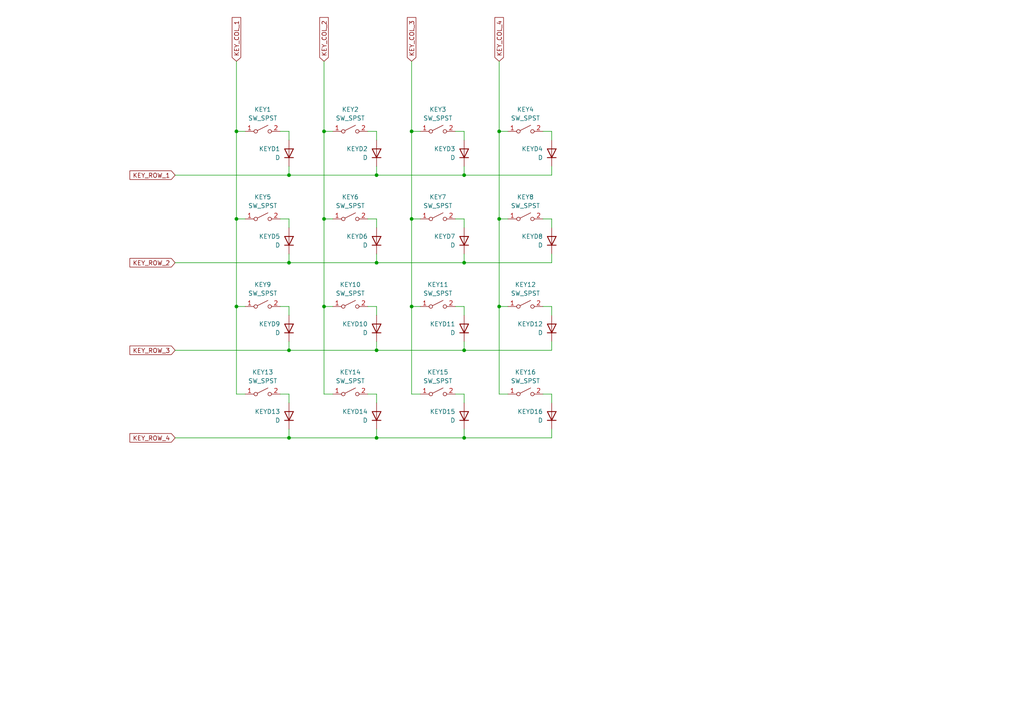
<source format=kicad_sch>
(kicad_sch (version 20250114) (generator "eeschema") (generator_version "9.0")
  (paper "A4")
  (lib_symbols
    (symbol "Device:D" (pin_numbers (hide yes)) (pin_names (offset 1.016) (hide yes))
      (property "Reference" "D" (at 0 2.54 0))
      (property "Value" "D" (at 0 -2.54 0))
      (symbol "D_0_1"
        (polyline (pts (xy -1.27 1.27) (xy -1.27 -1.27)) (stroke (width 0.254)))
        (polyline (pts (xy 1.27 1.27) (xy 1.27 -1.27) (xy -1.27 0) (xy 1.27 1.27)) (stroke (width 0.254)))
        (polyline (pts (xy 1.27 0) (xy -1.27 0)))
      )
      (symbol "D_1_1"
        (pin passive line (at -3.81 0 0) (length 2.54) (name "K") (number "1"))
        (pin passive line (at 3.81 0 180) (length 2.54) (name "A") (number "2"))
      )
    )
    (symbol "Switch:SW_SPST" (pin_names (offset 0) (hide yes))
      (property "Reference" "SW" (at 0 3.175 0))
      (property "Value" "SW_SPST" (at 0 -2.54 0))
      (symbol "SW_SPST_0_0"
        (circle (center -2.032 0) (radius 0.508))
        (polyline (pts (xy -1.524 0.254) (xy 1.524 1.778)))
        (circle (center 2.032 0) (radius 0.508))
      )
      (symbol "SW_SPST_1_1"
        (pin passive line (at -5.08 0 0) (length 2.54) (name "A") (number "1"))
        (pin passive line (at 5.08 0 180) (length 2.54) (name "B") (number "2"))
      )
    )
  )
  (junction (at 119.38 38.1))
  (junction (at 134.62 127))
  (junction (at 83.82 127))
  (junction (at 68.58 63.5))
  (junction (at 144.78 88.9))
  (junction (at 119.38 63.5))
  (junction (at 134.62 76.2))
  (junction (at 109.22 50.8))
  (junction (at 109.22 76.2))
  (junction (at 134.62 101.6))
  (junction (at 134.62 50.8))
  (junction (at 83.82 101.6))
  (junction (at 109.22 127))
  (junction (at 109.22 101.6))
  (junction (at 93.98 88.9))
  (junction (at 68.58 38.1))
  (junction (at 93.98 38.1))
  (junction (at 144.78 63.5))
  (junction (at 68.58 88.9))
  (junction (at 83.82 76.2))
  (junction (at 144.78 38.1))
  (junction (at 83.82 50.8))
  (junction (at 119.38 88.9))
  (junction (at 93.98 63.5))
  (wire (pts (xy 83.82 48.26) (xy 83.82 50.8)))
  (wire (pts (xy 157.48 63.5) (xy 160.02 63.5)))
  (wire (pts (xy 83.82 101.6) (xy 109.22 101.6)))
  (wire (pts (xy 157.48 88.9) (xy 160.02 88.9)))
  (wire (pts (xy 119.38 63.5) (xy 119.38 88.9)))
  (wire (pts (xy 109.22 124.46) (xy 109.22 127)))
  (wire (pts (xy 50.8 127) (xy 83.82 127)))
  (wire (pts (xy 83.82 76.2) (xy 109.22 76.2)))
  (wire (pts (xy 81.28 63.5) (xy 83.82 63.5)))
  (wire (pts (xy 68.58 88.9) (xy 71.12 88.9)))
  (wire (pts (xy 109.22 127) (xy 134.62 127)))
  (wire (pts (xy 109.22 114.3) (xy 109.22 116.84)))
  (wire (pts (xy 119.38 38.1) (xy 121.92 38.1)))
  (wire (pts (xy 83.82 114.3) (xy 83.82 116.84)))
  (wire (pts (xy 157.48 114.3) (xy 160.02 114.3)))
  (wire (pts (xy 134.62 63.5) (xy 134.62 66.04)))
  (wire (pts (xy 119.38 38.1) (xy 119.38 63.5)))
  (wire (pts (xy 109.22 50.8) (xy 134.62 50.8)))
  (wire (pts (xy 93.98 17.78) (xy 93.98 38.1)))
  (wire (pts (xy 119.38 63.5) (xy 121.92 63.5)))
  (wire (pts (xy 83.82 63.5) (xy 83.82 66.04)))
  (wire (pts (xy 109.22 88.9) (xy 109.22 91.44)))
  (wire (pts (xy 134.62 99.06) (xy 134.62 101.6)))
  (wire (pts (xy 160.02 63.5) (xy 160.02 66.04)))
  (wire (pts (xy 83.82 99.06) (xy 83.82 101.6)))
  (wire (pts (xy 81.28 114.3) (xy 83.82 114.3)))
  (wire (pts (xy 144.78 63.5) (xy 147.32 63.5)))
  (wire (pts (xy 144.78 17.78) (xy 144.78 38.1)))
  (wire (pts (xy 134.62 127) (xy 160.02 127)))
  (wire (pts (xy 68.58 63.5) (xy 68.58 88.9)))
  (wire (pts (xy 50.8 76.2) (xy 83.82 76.2)))
  (wire (pts (xy 83.82 124.46) (xy 83.82 127)))
  (wire (pts (xy 144.78 38.1) (xy 147.32 38.1)))
  (wire (pts (xy 132.08 114.3) (xy 134.62 114.3)))
  (wire (pts (xy 134.62 76.2) (xy 160.02 76.2)))
  (wire (pts (xy 134.62 124.46) (xy 134.62 127)))
  (wire (pts (xy 81.28 38.1) (xy 83.82 38.1)))
  (wire (pts (xy 83.82 73.66) (xy 83.82 76.2)))
  (wire (pts (xy 71.12 114.3) (xy 68.58 114.3)))
  (wire (pts (xy 109.22 73.66) (xy 109.22 76.2)))
  (wire (pts (xy 134.62 73.66) (xy 134.62 76.2)))
  (wire (pts (xy 68.58 38.1) (xy 71.12 38.1)))
  (wire (pts (xy 160.02 99.06) (xy 160.02 101.6)))
  (wire (pts (xy 106.68 63.5) (xy 109.22 63.5)))
  (wire (pts (xy 119.38 88.9) (xy 119.38 114.3)))
  (wire (pts (xy 134.62 48.26) (xy 134.62 50.8)))
  (wire (pts (xy 81.28 88.9) (xy 83.82 88.9)))
  (wire (pts (xy 119.38 88.9) (xy 121.92 88.9)))
  (wire (pts (xy 68.58 88.9) (xy 68.58 114.3)))
  (wire (pts (xy 93.98 63.5) (xy 93.98 88.9)))
  (wire (pts (xy 93.98 38.1) (xy 93.98 63.5)))
  (wire (pts (xy 106.68 88.9) (xy 109.22 88.9)))
  (wire (pts (xy 160.02 38.1) (xy 160.02 40.64)))
  (wire (pts (xy 109.22 38.1) (xy 109.22 40.64)))
  (wire (pts (xy 132.08 88.9) (xy 134.62 88.9)))
  (wire (pts (xy 119.38 17.78) (xy 119.38 38.1)))
  (wire (pts (xy 144.78 63.5) (xy 144.78 88.9)))
  (wire (pts (xy 106.68 38.1) (xy 109.22 38.1)))
  (wire (pts (xy 68.58 17.78) (xy 68.58 38.1)))
  (wire (pts (xy 83.82 50.8) (xy 109.22 50.8)))
  (wire (pts (xy 134.62 88.9) (xy 134.62 91.44)))
  (wire (pts (xy 83.82 127) (xy 109.22 127)))
  (wire (pts (xy 160.02 124.46) (xy 160.02 127)))
  (wire (pts (xy 50.8 50.8) (xy 83.82 50.8)))
  (wire (pts (xy 109.22 48.26) (xy 109.22 50.8)))
  (wire (pts (xy 134.62 38.1) (xy 134.62 40.64)))
  (wire (pts (xy 132.08 38.1) (xy 134.62 38.1)))
  (wire (pts (xy 144.78 88.9) (xy 144.78 114.3)))
  (wire (pts (xy 109.22 99.06) (xy 109.22 101.6)))
  (wire (pts (xy 109.22 101.6) (xy 134.62 101.6)))
  (wire (pts (xy 106.68 114.3) (xy 109.22 114.3)))
  (wire (pts (xy 50.8 101.6) (xy 83.82 101.6)))
  (wire (pts (xy 68.58 63.5) (xy 71.12 63.5)))
  (wire (pts (xy 93.98 88.9) (xy 96.52 88.9)))
  (wire (pts (xy 109.22 63.5) (xy 109.22 66.04)))
  (wire (pts (xy 109.22 76.2) (xy 134.62 76.2)))
  (wire (pts (xy 83.82 38.1) (xy 83.82 40.64)))
  (wire (pts (xy 68.58 38.1) (xy 68.58 63.5)))
  (wire (pts (xy 83.82 88.9) (xy 83.82 91.44)))
  (wire (pts (xy 121.92 114.3) (xy 119.38 114.3)))
  (wire (pts (xy 147.32 114.3) (xy 144.78 114.3)))
  (wire (pts (xy 96.52 114.3) (xy 93.98 114.3)))
  (wire (pts (xy 160.02 73.66) (xy 160.02 76.2)))
  (wire (pts (xy 157.48 38.1) (xy 160.02 38.1)))
  (wire (pts (xy 144.78 88.9) (xy 147.32 88.9)))
  (wire (pts (xy 93.98 38.1) (xy 96.52 38.1)))
  (wire (pts (xy 134.62 101.6) (xy 160.02 101.6)))
  (wire (pts (xy 134.62 50.8) (xy 160.02 50.8)))
  (wire (pts (xy 132.08 63.5) (xy 134.62 63.5)))
  (wire (pts (xy 93.98 88.9) (xy 93.98 114.3)))
  (wire (pts (xy 160.02 114.3) (xy 160.02 116.84)))
  (wire (pts (xy 134.62 114.3) (xy 134.62 116.84)))
  (wire (pts (xy 93.98 63.5) (xy 96.52 63.5)))
  (wire (pts (xy 160.02 88.9) (xy 160.02 91.44)))
  (wire (pts (xy 144.78 38.1) (xy 144.78 63.5)))
  (wire (pts (xy 160.02 48.26) (xy 160.02 50.8)))
  (global_label "KEY_COL_1" (shape input) (at 68.58 17.78 90) (property "Intersheetrefs" "${INTERSHEET_REFS}" (effects (hide yes))))
  (global_label "KEY_ROW_2" (shape input) (at 50.8 76.2 180) (property "Intersheetrefs" "${INTERSHEET_REFS}" (effects (hide yes))))
  (global_label "KEY_ROW_1" (shape input) (at 50.8 50.8 180) (property "Intersheetrefs" "${INTERSHEET_REFS}" (effects (hide yes))))
  (global_label "KEY_ROW_3" (shape input) (at 50.8 101.6 180) (property "Intersheetrefs" "${INTERSHEET_REFS}" (effects (hide yes))))
  (global_label "KEY_ROW_4" (shape input) (at 50.8 127 180) (property "Intersheetrefs" "${INTERSHEET_REFS}" (effects (hide yes))))
  (global_label "KEY_COL_4" (shape input) (at 144.78 17.78 90) (property "Intersheetrefs" "${INTERSHEET_REFS}" (effects (hide yes))))
  (global_label "KEY_COL_3" (shape input) (at 119.38 17.78 90) (property "Intersheetrefs" "${INTERSHEET_REFS}" (effects (hide yes))))
  (global_label "KEY_COL_2" (shape input) (at 93.98 17.78 90) (property "Intersheetrefs" "${INTERSHEET_REFS}" (effects (hide yes))))
  (symbol (lib_id "Device:D") (at 83.82 95.25 270) (mirror x) (unit 1)
    (property "Reference" "KEYD9" (at 81.28 93.9799 90) (effects (justify right)))
    (property "Value" "D" (at 81.28 96.5199 90) (effects (justify right)))
    (property "Footprint" "Diode_SMD:D_SOD-323_HandSoldering" (effects (hide yes)))
    (property "Description" "Diode" (effects (hide yes)))
    (property "Sim.Device" "D" (effects (hide yes)))
    (property "Sim.Pins" "1=K 2=A" (effects (hide yes)))
  )
  (symbol (lib_id "Device:D") (at 134.62 69.85 270) (mirror x) (unit 1)
    (property "Reference" "KEYD7" (at 132.08 68.5799 90) (effects (justify right)))
    (property "Value" "D" (at 132.08 71.1199 90) (effects (justify right)))
    (property "Footprint" "Diode_SMD:D_SOD-323_HandSoldering" (effects (hide yes)))
    (property "Description" "Diode" (effects (hide yes)))
    (property "Sim.Device" "D" (effects (hide yes)))
    (property "Sim.Pins" "1=K 2=A" (effects (hide yes)))
  )
  (symbol (lib_id "Device:D") (at 134.62 44.45 270) (mirror x) (unit 1)
    (property "Reference" "KEYD3" (at 132.08 43.1799 90) (effects (justify right)))
    (property "Value" "D" (at 132.08 45.7199 90) (effects (justify right)))
    (property "Footprint" "Diode_SMD:D_SOD-323_HandSoldering" (effects (hide yes)))
    (property "Description" "Diode" (effects (hide yes)))
    (property "Sim.Device" "D" (effects (hide yes)))
    (property "Sim.Pins" "1=K 2=A" (effects (hide yes)))
  )
  (symbol (lib_id "Device:D") (at 160.02 69.85 270) (mirror x) (unit 1)
    (property "Reference" "KEYD8" (at 157.48 68.5799 90) (effects (justify right)))
    (property "Value" "D" (at 157.48 71.1199 90) (effects (justify right)))
    (property "Footprint" "Diode_SMD:D_SOD-323_HandSoldering" (effects (hide yes)))
    (property "Description" "Diode" (effects (hide yes)))
    (property "Sim.Device" "D" (effects (hide yes)))
    (property "Sim.Pins" "1=K 2=A" (effects (hide yes)))
  )
  (symbol (lib_id "Device:D") (at 109.22 44.45 270) (mirror x) (unit 1)
    (property "Reference" "KEYD2" (at 106.68 43.1799 90) (effects (justify right)))
    (property "Value" "D" (at 106.68 45.7199 90) (effects (justify right)))
    (property "Footprint" "Diode_SMD:D_SOD-323_HandSoldering" (effects (hide yes)))
    (property "Description" "Diode" (effects (hide yes)))
    (property "Sim.Device" "D" (effects (hide yes)))
    (property "Sim.Pins" "1=K 2=A" (effects (hide yes)))
  )
  (symbol (lib_id "Device:D") (at 83.82 120.65 270) (mirror x) (unit 1)
    (property "Reference" "KEYD13" (at 81.28 119.3799 90) (effects (justify right)))
    (property "Value" "D" (at 81.28 121.9199 90) (effects (justify right)))
    (property "Footprint" "Diode_SMD:D_SOD-323_HandSoldering" (effects (hide yes)))
    (property "Description" "Diode" (effects (hide yes)))
    (property "Sim.Device" "D" (effects (hide yes)))
    (property "Sim.Pins" "1=K 2=A" (effects (hide yes)))
  )
  (symbol (lib_id "Switch:SW_SPST") (at 76.2 38.1 0) (unit 1)
    (property "Reference" "KEY1" (at 76.2 31.75 0))
    (property "Value" "SW_SPST" (at 76.2 34.29 0))
    (property "Footprint" "PCM_Switch_Keyboard_Hotswap_Kailh:SW_Hotswap_Kailh_MX_1.00u" (effects (hide yes)))
    (property "Description" "Single Pole Single Throw (SPST) switch" (effects (hide yes)))
  )
  (symbol (lib_id "Switch:SW_SPST") (at 127 114.3 0) (unit 1)
    (property "Reference" "KEY15" (at 127 107.95 0))
    (property "Value" "SW_SPST" (at 127 110.49 0))
    (property "Footprint" "PCM_Switch_Keyboard_Hotswap_Kailh:SW_Hotswap_Kailh_MX_1.00u" (effects (hide yes)))
    (property "Description" "Single Pole Single Throw (SPST) switch" (effects (hide yes)))
  )
  (symbol (lib_id "Switch:SW_SPST") (at 101.6 63.5 0) (unit 1)
    (property "Reference" "KEY6" (at 101.6 57.15 0))
    (property "Value" "SW_SPST" (at 101.6 59.69 0))
    (property "Footprint" "PCM_Switch_Keyboard_Hotswap_Kailh:SW_Hotswap_Kailh_MX_1.00u" (effects (hide yes)))
    (property "Description" "Single Pole Single Throw (SPST) switch" (effects (hide yes)))
  )
  (symbol (lib_id "Device:D") (at 109.22 69.85 270) (mirror x) (unit 1)
    (property "Reference" "KEYD6" (at 106.68 68.5799 90) (effects (justify right)))
    (property "Value" "D" (at 106.68 71.1199 90) (effects (justify right)))
    (property "Footprint" "Diode_SMD:D_SOD-323_HandSoldering" (effects (hide yes)))
    (property "Description" "Diode" (effects (hide yes)))
    (property "Sim.Device" "D" (effects (hide yes)))
    (property "Sim.Pins" "1=K 2=A" (effects (hide yes)))
  )
  (symbol (lib_id "Switch:SW_SPST") (at 152.4 63.5 0) (unit 1)
    (property "Reference" "KEY8" (at 152.4 57.15 0))
    (property "Value" "SW_SPST" (at 152.4 59.69 0))
    (property "Footprint" "PCM_Switch_Keyboard_Hotswap_Kailh:SW_Hotswap_Kailh_MX_1.00u" (effects (hide yes)))
    (property "Description" "Single Pole Single Throw (SPST) switch" (effects (hide yes)))
  )
  (symbol (lib_id "Switch:SW_SPST") (at 127 63.5 0) (unit 1)
    (property "Reference" "KEY7" (at 127 57.15 0))
    (property "Value" "SW_SPST" (at 127 59.69 0))
    (property "Footprint" "PCM_Switch_Keyboard_Hotswap_Kailh:SW_Hotswap_Kailh_MX_1.00u" (effects (hide yes)))
    (property "Description" "Single Pole Single Throw (SPST) switch" (effects (hide yes)))
  )
  (symbol (lib_id "Switch:SW_SPST") (at 101.6 38.1 0) (unit 1)
    (property "Reference" "KEY2" (at 101.6 31.75 0))
    (property "Value" "SW_SPST" (at 101.6 34.29 0))
    (property "Footprint" "PCM_Switch_Keyboard_Hotswap_Kailh:SW_Hotswap_Kailh_MX_1.00u" (effects (hide yes)))
    (property "Description" "Single Pole Single Throw (SPST) switch" (effects (hide yes)))
  )
  (symbol (lib_id "Switch:SW_SPST") (at 76.2 88.9 0) (unit 1)
    (property "Reference" "KEY9" (at 76.2 82.55 0))
    (property "Value" "SW_SPST" (at 76.2 85.09 0))
    (property "Footprint" "PCM_Switch_Keyboard_Hotswap_Kailh:SW_Hotswap_Kailh_MX_1.00u" (effects (hide yes)))
    (property "Description" "Single Pole Single Throw (SPST) switch" (effects (hide yes)))
  )
  (symbol (lib_id "Switch:SW_SPST") (at 127 88.9 0) (unit 1)
    (property "Reference" "KEY11" (at 127 82.55 0))
    (property "Value" "SW_SPST" (at 127 85.09 0))
    (property "Footprint" "PCM_Switch_Keyboard_Hotswap_Kailh:SW_Hotswap_Kailh_MX_1.00u" (effects (hide yes)))
    (property "Description" "Single Pole Single Throw (SPST) switch" (effects (hide yes)))
  )
  (symbol (lib_id "Device:D") (at 83.82 44.45 270) (mirror x) (unit 1)
    (property "Reference" "KEYD1" (at 81.28 43.1799 90) (effects (justify right)))
    (property "Value" "D" (at 81.28 45.7199 90) (effects (justify right)))
    (property "Footprint" "Diode_SMD:D_SOD-323_HandSoldering" (effects (hide yes)))
    (property "Description" "Diode" (effects (hide yes)))
    (property "Sim.Device" "D" (effects (hide yes)))
    (property "Sim.Pins" "1=K 2=A" (effects (hide yes)))
  )
  (symbol (lib_id "Device:D") (at 83.82 69.85 270) (mirror x) (unit 1)
    (property "Reference" "KEYD5" (at 81.28 68.5799 90) (effects (justify right)))
    (property "Value" "D" (at 81.28 71.1199 90) (effects (justify right)))
    (property "Footprint" "Diode_SMD:D_SOD-323_HandSoldering" (effects (hide yes)))
    (property "Description" "Diode" (effects (hide yes)))
    (property "Sim.Device" "D" (effects (hide yes)))
    (property "Sim.Pins" "1=K 2=A" (effects (hide yes)))
  )
  (symbol (lib_id "Switch:SW_SPST") (at 101.6 88.9 0) (unit 1)
    (property "Reference" "KEY10" (at 101.6 82.55 0))
    (property "Value" "SW_SPST" (at 101.6 85.09 0))
    (property "Footprint" "PCM_Switch_Keyboard_Hotswap_Kailh:SW_Hotswap_Kailh_MX_1.00u" (effects (hide yes)))
    (property "Description" "Single Pole Single Throw (SPST) switch" (effects (hide yes)))
  )
  (symbol (lib_id "Switch:SW_SPST") (at 76.2 63.5 0) (unit 1)
    (property "Reference" "KEY5" (at 76.2 57.15 0))
    (property "Value" "SW_SPST" (at 76.2 59.69 0))
    (property "Footprint" "PCM_Switch_Keyboard_Hotswap_Kailh:SW_Hotswap_Kailh_MX_1.00u" (effects (hide yes)))
    (property "Description" "Single Pole Single Throw (SPST) switch" (effects (hide yes)))
  )
  (symbol (lib_id "Switch:SW_SPST") (at 152.4 88.9 0) (unit 1)
    (property "Reference" "KEY12" (at 152.4 82.55 0))
    (property "Value" "SW_SPST" (at 152.4 85.09 0))
    (property "Footprint" "PCM_Switch_Keyboard_Hotswap_Kailh:SW_Hotswap_Kailh_MX_1.00u" (effects (hide yes)))
    (property "Description" "Single Pole Single Throw (SPST) switch" (effects (hide yes)))
  )
  (symbol (lib_id "Switch:SW_SPST") (at 101.6 114.3 0) (unit 1)
    (property "Reference" "KEY14" (at 101.6 107.95 0))
    (property "Value" "SW_SPST" (at 101.6 110.49 0))
    (property "Footprint" "PCM_Switch_Keyboard_Hotswap_Kailh:SW_Hotswap_Kailh_MX_1.00u" (effects (hide yes)))
    (property "Description" "Single Pole Single Throw (SPST) switch" (effects (hide yes)))
  )
  (symbol (lib_id "Device:D") (at 160.02 44.45 270) (mirror x) (unit 1)
    (property "Reference" "KEYD4" (at 157.48 43.1799 90) (effects (justify right)))
    (property "Value" "D" (at 157.48 45.7199 90) (effects (justify right)))
    (property "Footprint" "Diode_SMD:D_SOD-323_HandSoldering" (effects (hide yes)))
    (property "Description" "Diode" (effects (hide yes)))
    (property "Sim.Device" "D" (effects (hide yes)))
    (property "Sim.Pins" "1=K 2=A" (effects (hide yes)))
  )
  (symbol (lib_id "Device:D") (at 109.22 120.65 270) (mirror x) (unit 1)
    (property "Reference" "KEYD14" (at 106.68 119.3799 90) (effects (justify right)))
    (property "Value" "D" (at 106.68 121.9199 90) (effects (justify right)))
    (property "Footprint" "Diode_SMD:D_SOD-323_HandSoldering" (effects (hide yes)))
    (property "Description" "Diode" (effects (hide yes)))
    (property "Sim.Device" "D" (effects (hide yes)))
    (property "Sim.Pins" "1=K 2=A" (effects (hide yes)))
  )
  (symbol (lib_id "Switch:SW_SPST") (at 127 38.1 0) (unit 1)
    (property "Reference" "KEY3" (at 127 31.75 0))
    (property "Value" "SW_SPST" (at 127 34.29 0))
    (property "Footprint" "PCM_Switch_Keyboard_Hotswap_Kailh:SW_Hotswap_Kailh_MX_1.00u" (effects (hide yes)))
    (property "Description" "Single Pole Single Throw (SPST) switch" (effects (hide yes)))
  )
  (symbol (lib_id "Device:D") (at 160.02 120.65 270) (mirror x) (unit 1)
    (property "Reference" "KEYD16" (at 157.48 119.3799 90) (effects (justify right)))
    (property "Value" "D" (at 157.48 121.9199 90) (effects (justify right)))
    (property "Footprint" "Diode_SMD:D_SOD-323_HandSoldering" (effects (hide yes)))
    (property "Description" "Diode" (effects (hide yes)))
    (property "Sim.Device" "D" (effects (hide yes)))
    (property "Sim.Pins" "1=K 2=A" (effects (hide yes)))
  )
  (symbol (lib_id "Device:D") (at 109.22 95.25 270) (mirror x) (unit 1)
    (property "Reference" "KEYD10" (at 106.68 93.9799 90) (effects (justify right)))
    (property "Value" "D" (at 106.68 96.5199 90) (effects (justify right)))
    (property "Footprint" "Diode_SMD:D_SOD-323_HandSoldering" (effects (hide yes)))
    (property "Description" "Diode" (effects (hide yes)))
    (property "Sim.Device" "D" (effects (hide yes)))
    (property "Sim.Pins" "1=K 2=A" (effects (hide yes)))
  )
  (symbol (lib_id "Switch:SW_SPST") (at 76.2 114.3 0) (unit 1)
    (property "Reference" "KEY13" (at 76.2 107.95 0))
    (property "Value" "SW_SPST" (at 76.2 110.49 0))
    (property "Footprint" "PCM_Switch_Keyboard_Hotswap_Kailh:SW_Hotswap_Kailh_MX_1.00u" (effects (hide yes)))
    (property "Description" "Single Pole Single Throw (SPST) switch" (effects (hide yes)))
  )
  (symbol (lib_id "Switch:SW_SPST") (at 152.4 38.1 0) (unit 1)
    (property "Reference" "KEY4" (at 152.4 31.75 0))
    (property "Value" "SW_SPST" (at 152.4 34.29 0))
    (property "Footprint" "PCM_Switch_Keyboard_Hotswap_Kailh:SW_Hotswap_Kailh_MX_1.00u" (effects (hide yes)))
    (property "Description" "Single Pole Single Throw (SPST) switch" (effects (hide yes)))
  )
  (symbol (lib_id "Switch:SW_SPST") (at 152.4 114.3 0) (unit 1)
    (property "Reference" "KEY16" (at 152.4 107.95 0))
    (property "Value" "SW_SPST" (at 152.4 110.49 0))
    (property "Footprint" "PCM_Switch_Keyboard_Hotswap_Kailh:SW_Hotswap_Kailh_MX_1.00u" (effects (hide yes)))
    (property "Description" "Single Pole Single Throw (SPST) switch" (effects (hide yes)))
  )
  (symbol (lib_id "Device:D") (at 160.02 95.25 270) (mirror x) (unit 1)
    (property "Reference" "KEYD12" (at 157.48 93.9799 90) (effects (justify right)))
    (property "Value" "D" (at 157.48 96.5199 90) (effects (justify right)))
    (property "Footprint" "Diode_SMD:D_SOD-323_HandSoldering" (effects (hide yes)))
    (property "Description" "Diode" (effects (hide yes)))
    (property "Sim.Device" "D" (effects (hide yes)))
    (property "Sim.Pins" "1=K 2=A" (effects (hide yes)))
  )
  (symbol (lib_id "Device:D") (at 134.62 95.25 270) (mirror x) (unit 1)
    (property "Reference" "KEYD11" (at 132.08 93.9799 90) (effects (justify right)))
    (property "Value" "D" (at 132.08 96.5199 90) (effects (justify right)))
    (property "Footprint" "Diode_SMD:D_SOD-323_HandSoldering" (effects (hide yes)))
    (property "Description" "Diode" (effects (hide yes)))
    (property "Sim.Device" "D" (effects (hide yes)))
    (property "Sim.Pins" "1=K 2=A" (effects (hide yes)))
  )
  (symbol (lib_id "Device:D") (at 134.62 120.65 270) (mirror x) (unit 1)
    (property "Reference" "KEYD15" (at 132.08 119.3799 90) (effects (justify right)))
    (property "Value" "D" (at 132.08 121.9199 90) (effects (justify right)))
    (property "Footprint" "Diode_SMD:D_SOD-323_HandSoldering" (effects (hide yes)))
    (property "Description" "Diode" (effects (hide yes)))
    (property "Sim.Device" "D" (effects (hide yes)))
    (property "Sim.Pins" "1=K 2=A" (effects (hide yes)))
  )
)
</source>
